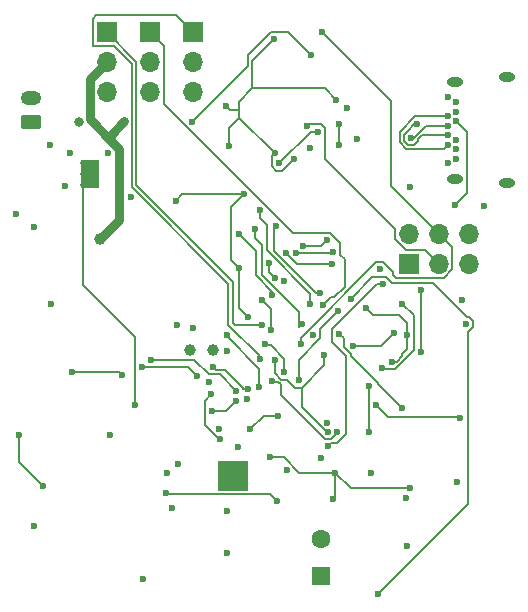
<source format=gbr>
%TF.GenerationSoftware,KiCad,Pcbnew,9.0.0*%
%TF.CreationDate,2025-03-07T10:31:51-08:00*%
%TF.ProjectId,Vanguard_new,56616e67-7561-4726-945f-6e65772e6b69,rev?*%
%TF.SameCoordinates,Original*%
%TF.FileFunction,Copper,L4,Bot*%
%TF.FilePolarity,Positive*%
%FSLAX46Y46*%
G04 Gerber Fmt 4.6, Leading zero omitted, Abs format (unit mm)*
G04 Created by KiCad (PCBNEW 9.0.0) date 2025-03-07 10:31:51*
%MOMM*%
%LPD*%
G01*
G04 APERTURE LIST*
G04 Aperture macros list*
%AMRoundRect*
0 Rectangle with rounded corners*
0 $1 Rounding radius*
0 $2 $3 $4 $5 $6 $7 $8 $9 X,Y pos of 4 corners*
0 Add a 4 corners polygon primitive as box body*
4,1,4,$2,$3,$4,$5,$6,$7,$8,$9,$2,$3,0*
0 Add four circle primitives for the rounded corners*
1,1,$1+$1,$2,$3*
1,1,$1+$1,$4,$5*
1,1,$1+$1,$6,$7*
1,1,$1+$1,$8,$9*
0 Add four rect primitives between the rounded corners*
20,1,$1+$1,$2,$3,$4,$5,0*
20,1,$1+$1,$4,$5,$6,$7,0*
20,1,$1+$1,$6,$7,$8,$9,0*
20,1,$1+$1,$8,$9,$2,$3,0*%
G04 Aperture macros list end*
%TA.AperFunction,ComponentPad*%
%ADD10R,1.700000X1.700000*%
%TD*%
%TA.AperFunction,ComponentPad*%
%ADD11O,1.700000X1.700000*%
%TD*%
%TA.AperFunction,HeatsinkPad*%
%ADD12C,0.500000*%
%TD*%
%TA.AperFunction,HeatsinkPad*%
%ADD13R,1.650000X2.380000*%
%TD*%
%TA.AperFunction,HeatsinkPad*%
%ADD14R,2.500000X2.500000*%
%TD*%
%TA.AperFunction,ComponentPad*%
%ADD15O,1.400000X0.800000*%
%TD*%
%TA.AperFunction,ComponentPad*%
%ADD16C,0.600000*%
%TD*%
%TA.AperFunction,ComponentPad*%
%ADD17C,1.000000*%
%TD*%
%TA.AperFunction,ComponentPad*%
%ADD18R,1.600000X1.600000*%
%TD*%
%TA.AperFunction,ComponentPad*%
%ADD19C,1.600000*%
%TD*%
%TA.AperFunction,ComponentPad*%
%ADD20RoundRect,0.250000X0.625000X-0.350000X0.625000X0.350000X-0.625000X0.350000X-0.625000X-0.350000X0*%
%TD*%
%TA.AperFunction,ComponentPad*%
%ADD21O,1.750000X1.200000*%
%TD*%
%TA.AperFunction,ViaPad*%
%ADD22C,0.600000*%
%TD*%
%TA.AperFunction,ViaPad*%
%ADD23C,0.800000*%
%TD*%
%TA.AperFunction,ViaPad*%
%ADD24C,1.000000*%
%TD*%
%TA.AperFunction,Conductor*%
%ADD25C,0.200000*%
%TD*%
%TA.AperFunction,Conductor*%
%ADD26C,0.800000*%
%TD*%
G04 APERTURE END LIST*
D10*
%TO.P,J5,1,Pin_1*%
%TO.N,PORT_SERVO*%
X105000000Y-86420000D03*
D11*
%TO.P,J5,2,Pin_2*%
%TO.N,+5V*%
X105000000Y-88960000D03*
%TO.P,J5,3,Pin_3*%
%TO.N,GND*%
X105000000Y-91500000D03*
%TD*%
D12*
%TO.P,U8,11,EN*%
%TO.N,BATT_IN*%
X100475000Y-99355000D03*
X100475000Y-97475000D03*
X100474999Y-98415000D03*
D13*
X99900000Y-98415000D03*
D12*
X99325001Y-98415000D03*
X99325000Y-99355000D03*
X99325000Y-97475000D03*
%TD*%
D10*
%TO.P,J4,1,Pin_1*%
%TO.N,STAR_SERVO*%
X101350000Y-86420000D03*
D11*
%TO.P,J4,2,Pin_2*%
%TO.N,+5V*%
X101350000Y-88960000D03*
%TO.P,J4,3,Pin_3*%
%TO.N,GND*%
X101350000Y-91500000D03*
%TD*%
D12*
%TO.P,U9,21*%
%TO.N,N/C*%
X111042500Y-124970000D03*
X113042500Y-124970000D03*
D14*
X112042500Y-123970000D03*
D12*
X111042500Y-122970000D03*
X113042500Y-122970000D03*
%TD*%
D15*
%TO.P,J1,13*%
%TO.N,N/C*%
X130831500Y-90610000D03*
%TO.P,J1,14*%
X130831500Y-98870000D03*
%TO.P,J1,15*%
X135221500Y-99230000D03*
%TO.P,J1,16*%
X135221500Y-90250000D03*
D16*
%TO.P,J1,B1,GND*%
%TO.N,GND*%
X130231500Y-91940000D03*
%TO.P,J1,B2*%
%TO.N,N/C*%
X130931500Y-92340000D03*
%TO.P,J1,B3*%
X130931500Y-93140000D03*
%TO.P,J1,B4,VBUS*%
%TO.N,BATT_IN*%
X130231500Y-93540000D03*
%TO.P,J1,B5,CC2*%
%TO.N,Net-(J1-CC2)*%
X130931500Y-93940000D03*
%TO.P,J1,B6,D+*%
%TO.N,Net-(D1-I{slash}O1)*%
X130231500Y-94340000D03*
%TO.P,J1,B7,D-*%
%TO.N,Net-(D1-I{slash}O2)*%
X130231500Y-95140000D03*
%TO.P,J1,B8,SBU2*%
%TO.N,unconnected-(J1-SBU2-PadB8)*%
X130931500Y-95540000D03*
%TO.P,J1,B9,VBUS*%
%TO.N,BATT_IN*%
X130231500Y-95940000D03*
%TO.P,J1,B10*%
%TO.N,N/C*%
X130931500Y-96340000D03*
%TO.P,J1,B11*%
X130931500Y-97140000D03*
%TO.P,J1,B12,GND*%
%TO.N,GND*%
X130231500Y-97540000D03*
%TD*%
D17*
%TO.P,Y1,1,1*%
%TO.N,Net-(U6-XOUT32{slash}CLKSEL1)*%
X110330000Y-113300000D03*
%TO.P,Y1,2,2*%
%TO.N,Net-(U6-XIN32)*%
X108430000Y-113300000D03*
%TD*%
D18*
%TO.P,BZ1,1,+*%
%TO.N,Net-(BZ1-+)*%
X119500000Y-132500000D03*
D19*
%TO.P,BZ1,2,-*%
%TO.N,GND*%
X119500000Y-129300000D03*
%TD*%
D10*
%TO.P,J7,1,Pin_1*%
%TO.N,EJEC_SERVO*%
X108650000Y-86425000D03*
D11*
%TO.P,J7,2,Pin_2*%
%TO.N,+5V*%
X108650000Y-88965000D03*
%TO.P,J7,3,Pin_3*%
%TO.N,GND*%
X108650000Y-91505000D03*
%TD*%
D20*
%TO.P,J6,1,Pin_1*%
%TO.N,BATT_IN*%
X94950000Y-94000000D03*
D21*
%TO.P,J6,2,Pin_2*%
%TO.N,GND*%
X94950000Y-91999999D03*
%TD*%
D10*
%TO.P,J2,1,Pin_1*%
%TO.N,+3.3V*%
X126920000Y-106040000D03*
D11*
%TO.P,J2,2,Pin_2*%
%TO.N,Net-(J2-Pin_2)*%
X126920000Y-103500000D03*
%TO.P,J2,3,Pin_3*%
%TO.N,Net-(J2-Pin_3)*%
X129460000Y-106040000D03*
%TO.P,J2,4,Pin_4*%
%TO.N,UPDI*%
X129460000Y-103500000D03*
%TO.P,J2,5,Pin_5*%
%TO.N,GND*%
X131999999Y-106040000D03*
%TO.P,J2,6,Pin_6*%
%TO.N,Net-(J2-Pin_6)*%
X132000000Y-103500000D03*
%TD*%
D22*
%TO.N,Net-(ADR1-B)*%
X111490000Y-112090000D03*
X114230000Y-116480000D03*
%TO.N,GND*%
X106880000Y-126680000D03*
X95200000Y-102890000D03*
X121688001Y-92866731D03*
X101630000Y-120490000D03*
X110000000Y-116000000D03*
X108605000Y-111490000D03*
X101490000Y-96665000D03*
X131400000Y-109070000D03*
X95180000Y-128270000D03*
X120000000Y-119500000D03*
X107310000Y-111230000D03*
X111500000Y-127000000D03*
X131790000Y-111130000D03*
X116370000Y-107460000D03*
X122500000Y-95500000D03*
X123700000Y-123737550D03*
X111544975Y-113415025D03*
X96500000Y-96000000D03*
X133260000Y-101140000D03*
X112443578Y-121509968D03*
X103392892Y-100357108D03*
X119500000Y-122500000D03*
X118552785Y-96210551D03*
X131000000Y-124500000D03*
X104450000Y-132690000D03*
X98250000Y-96665000D03*
X118813342Y-112090188D03*
X126760000Y-129960000D03*
X124502415Y-106493668D03*
D23*
X99000000Y-94000000D03*
D22*
X107340001Y-122970834D03*
X127000000Y-99500000D03*
X111500000Y-130500000D03*
X126662239Y-125886924D03*
X93670000Y-101840000D03*
X116600000Y-123500000D03*
X97780000Y-99470000D03*
X110827501Y-120000000D03*
X96600000Y-109470000D03*
X106443943Y-123771834D03*
X113250000Y-117500000D03*
%TO.N,BATT_IN*%
X103760000Y-118010000D03*
X108589265Y-94060735D03*
X118660000Y-88390000D03*
%TO.N,Net-(U6-XIN32)*%
X113325735Y-116674265D03*
X110357930Y-114800000D03*
%TO.N,Net-(D6-K)*%
X115770000Y-126090000D03*
X106347804Y-125449292D03*
%TO.N,+3.3V*%
X117231316Y-97127905D03*
X127000000Y-125000000D03*
X117600868Y-115898172D03*
X110180000Y-117100000D03*
X112557215Y-106362785D03*
X115485208Y-87014625D03*
X110920000Y-120900000D03*
X120490000Y-125910000D03*
X107171766Y-100728235D03*
X120700000Y-123710000D03*
X115150000Y-122390000D03*
X126740000Y-112030000D03*
X120964265Y-110035735D03*
X111410000Y-92670000D03*
X95981765Y-124831765D03*
X112929986Y-100159985D03*
X109000000Y-115500000D03*
X115568241Y-96684748D03*
X125490000Y-114364407D03*
X120740000Y-92130000D03*
X115574265Y-107225735D03*
X123254873Y-109757862D03*
X115070000Y-105981473D03*
X113333949Y-110544627D03*
X93940000Y-120530000D03*
X111689542Y-96045548D03*
X104360000Y-114745597D03*
%TO.N,Net-(U6-CAP)*%
X112325000Y-117624998D03*
X110247500Y-118500000D03*
%TO.N,Net-(D1-I{slash}O1)*%
X127080000Y-95360000D03*
X121000000Y-94204974D03*
X121000000Y-96000000D03*
%TO.N,Net-(D1-I{slash}O2)*%
X127636338Y-94215190D03*
%TO.N,Net-(J2-Pin_3)*%
X118300121Y-94352469D03*
%TO.N,Net-(J2-Pin_2)*%
X115947058Y-97540703D03*
X119207327Y-94858519D03*
%TO.N,UPDI*%
X117770111Y-112829780D03*
X119550000Y-86400000D03*
%TO.N,CD*%
X122000000Y-109000000D03*
X124350785Y-133980000D03*
%TO.N,TX0*%
X118538659Y-109411341D03*
X114290000Y-101458530D03*
%TO.N,RX0*%
X127921415Y-108242831D03*
X127940000Y-113463741D03*
%TO.N,Net-(U6-ENV_SCL)*%
X113500000Y-120000000D03*
X115869783Y-118884646D03*
%TO.N,SDA*%
X119765108Y-113794891D03*
X125700000Y-111900000D03*
X122208881Y-113006135D03*
X120080000Y-120300000D03*
X115610000Y-114200000D03*
%TO.N,SCL*%
X114520000Y-109110000D03*
X115327972Y-115974999D03*
X120879999Y-120298528D03*
X115240000Y-111640000D03*
X114765549Y-112864493D03*
X116376999Y-115236978D03*
%TO.N,Net-(U6-~{BOOT})*%
X112276617Y-116764533D03*
X105060000Y-114145597D03*
%TO.N,EJEC_SERVO*%
X114290000Y-114130000D03*
%TO.N,PA1{slash}MOSI*%
X124108528Y-117950000D03*
X131270000Y-119050000D03*
%TO.N,D5*%
X118000000Y-104500000D03*
X120000000Y-104000000D03*
%TO.N,D6*%
X117371057Y-105128943D03*
X120500000Y-105000000D03*
%TO.N,BUZZER*%
X120080000Y-121500000D03*
X124724296Y-107758655D03*
%TO.N,PA0{slash}MISO*%
X123508528Y-120297000D03*
X123508528Y-116410000D03*
%TO.N,D4*%
X116496793Y-105103207D03*
X102650000Y-115460000D03*
X120438792Y-106061208D03*
X98405030Y-115219331D03*
%TO.N,HOLD*%
X126302891Y-118207105D03*
X121037059Y-111949092D03*
%TO.N,PORT_SERVO*%
X119630000Y-109550000D03*
%TO.N,STAR_BLUE*%
X126367693Y-109398621D03*
X124670000Y-114870000D03*
%TO.N,STAR_SERVO*%
X114500000Y-111213325D03*
%TO.N,PORT_GREEN*%
X117861577Y-111138423D03*
X113863530Y-103100000D03*
%TO.N,PORT_RED*%
X115705735Y-102874265D03*
X119401471Y-108540000D03*
%TO.N,PORT_BLUE*%
X115337633Y-108686163D03*
X112500000Y-103500000D03*
%TO.N,+5V*%
X102823000Y-93980000D03*
D24*
X100800000Y-103900000D03*
D22*
%TO.N,Net-(J1-CC2)*%
X130830000Y-101080000D03*
%TD*%
D25*
%TO.N,Net-(ADR1-B)*%
X111490000Y-112178529D02*
X111490000Y-112090000D01*
X114230000Y-116480000D02*
X114230000Y-114918529D01*
X114230000Y-114918529D02*
X111490000Y-112178529D01*
%TO.N,BATT_IN*%
X116684625Y-86414625D02*
X115236679Y-86414625D01*
X126151000Y-94850585D02*
X127461585Y-93540000D01*
X130231500Y-95940000D02*
X129882500Y-96289000D01*
X126151000Y-95744805D02*
X126151000Y-94850585D01*
X99325000Y-107825000D02*
X99325000Y-99355000D01*
X118660000Y-88390000D02*
X116684625Y-86414625D01*
X127461585Y-93540000D02*
X130231500Y-93540000D01*
X103760000Y-118010000D02*
X103760000Y-112260000D01*
X126695195Y-96289000D02*
X126151000Y-95744805D01*
X103760000Y-112260000D02*
X99325000Y-107825000D01*
X115236679Y-86414625D02*
X113337256Y-88314048D01*
X129882500Y-96289000D02*
X126695195Y-96289000D01*
X113337256Y-88314048D02*
X113337256Y-89312744D01*
X113337256Y-89312744D02*
X108589265Y-94060735D01*
%TO.N,Net-(U6-XIN32)*%
X111360613Y-115000000D02*
X112876617Y-116516004D01*
X110557930Y-115000000D02*
X111360613Y-115000000D01*
X110357930Y-114800000D02*
X110557930Y-115000000D01*
X112876617Y-116516004D02*
X112876617Y-116674265D01*
X112876617Y-116674265D02*
X113325735Y-116674265D01*
%TO.N,Net-(D6-K)*%
X106347804Y-125449292D02*
X106449292Y-125449292D01*
X106520000Y-125520000D02*
X115200000Y-125520000D01*
X115200000Y-125520000D02*
X115770000Y-126090000D01*
X106449292Y-125449292D02*
X106520000Y-125520000D01*
%TO.N,+3.3V*%
X93940000Y-122790000D02*
X93940000Y-120530000D01*
X111689542Y-96045548D02*
X111689542Y-94546965D01*
X126370000Y-113880000D02*
X126370000Y-113642941D01*
X108245597Y-114745597D02*
X109000000Y-115500000D01*
X126740000Y-111080000D02*
X126740000Y-112030000D01*
X104360000Y-114745597D02*
X108245597Y-114745597D01*
X112929986Y-100159985D02*
X112929971Y-100160000D01*
X120490000Y-125910000D02*
X120700000Y-125700000D01*
X116218518Y-98140703D02*
X115698529Y-98140703D01*
X113333949Y-110544627D02*
X112557215Y-109767893D01*
X120964265Y-110035735D02*
X119413342Y-111586658D01*
X119413342Y-111586658D02*
X119413342Y-112338717D01*
X112560000Y-92294808D02*
X112560000Y-93040000D01*
X115070000Y-106721470D02*
X115574265Y-107225735D01*
X112560000Y-93676507D02*
X115568241Y-96684748D01*
X95981765Y-124831765D02*
X93940000Y-122790000D01*
X125885593Y-114364407D02*
X126370000Y-113880000D01*
X107740001Y-100160000D02*
X107171766Y-100728235D01*
X117658529Y-123710000D02*
X116338529Y-122390000D01*
X120740000Y-92130000D02*
X119800552Y-91190552D01*
X120700000Y-123710000D02*
X117658529Y-123710000D01*
X123254873Y-109757862D02*
X123895632Y-110398621D01*
X113664256Y-91190552D02*
X112560000Y-92294808D01*
X112929971Y-100160000D02*
X107740001Y-100160000D01*
X121990000Y-125000000D02*
X120700000Y-123710000D01*
X126740000Y-113272941D02*
X126740000Y-112030000D01*
X116338529Y-122390000D02*
X115150000Y-122390000D01*
X111689542Y-94546965D02*
X112560000Y-93676507D01*
X117600868Y-114151191D02*
X117600868Y-115898172D01*
X126058621Y-110398621D02*
X126740000Y-111080000D01*
X115698529Y-98140703D02*
X115347058Y-97789232D01*
X112557215Y-106362785D02*
X111900000Y-105705570D01*
X115347058Y-97789232D02*
X115347058Y-96905931D01*
X120700000Y-125700000D02*
X120700000Y-123710000D01*
X115347058Y-96905931D02*
X115568241Y-96684748D01*
X127000000Y-125000000D02*
X121990000Y-125000000D01*
X119800552Y-91190552D02*
X113664256Y-91190552D01*
X110878972Y-120900000D02*
X110920000Y-120900000D01*
X110180000Y-117100000D02*
X109647500Y-117632500D01*
X111780000Y-93040000D02*
X111410000Y-92670000D01*
X111900000Y-105705570D02*
X111900000Y-101189971D01*
X113664256Y-91190552D02*
X113664256Y-88835577D01*
X109647500Y-119668528D02*
X110878972Y-120900000D01*
X119413342Y-112338717D02*
X117600868Y-114151191D01*
X115070000Y-105981473D02*
X115070000Y-106721470D01*
X112560000Y-93040000D02*
X111780000Y-93040000D01*
X117231316Y-97127905D02*
X116218518Y-98140703D01*
X113664256Y-88835577D02*
X115485208Y-87014625D01*
X112560000Y-93040000D02*
X112560000Y-93676507D01*
X123895632Y-110398621D02*
X126058621Y-110398621D01*
X112557215Y-109767893D02*
X112557215Y-106362785D01*
X125490000Y-114364407D02*
X125885593Y-114364407D01*
X109647500Y-117632500D02*
X109647500Y-119668528D01*
X111900000Y-101189971D02*
X112929986Y-100159985D01*
X126370000Y-113642941D02*
X126740000Y-113272941D01*
%TO.N,Net-(U6-CAP)*%
X111449998Y-118500000D02*
X110247500Y-118500000D01*
X112325000Y-117624998D02*
X111449998Y-118500000D01*
%TO.N,Net-(D1-I{slash}O1)*%
X128360057Y-94340000D02*
X127340057Y-95360000D01*
X121000000Y-94204974D02*
X121000000Y-96000000D01*
X127340057Y-95360000D02*
X127080000Y-95360000D01*
X130231500Y-94340000D02*
X128360057Y-94340000D01*
%TO.N,Net-(D1-I{slash}O2)*%
X126851000Y-94759000D02*
X127394810Y-94215190D01*
X127328943Y-95961000D02*
X126831057Y-95961000D01*
X128023919Y-95140000D02*
X127681000Y-95482919D01*
X127394810Y-94215190D02*
X127636338Y-94215190D01*
X126479000Y-95131000D02*
X126479000Y-95111057D01*
X126479000Y-95608943D02*
X126479000Y-95131000D01*
X127681000Y-95482919D02*
X127681000Y-95608943D01*
X130231500Y-95140000D02*
X128023919Y-95140000D01*
X126831057Y-94759000D02*
X126851000Y-94759000D01*
X126831057Y-95961000D02*
X126479000Y-95608943D01*
X126479000Y-95111057D02*
X126831057Y-94759000D01*
X127681000Y-95608943D02*
X127328943Y-95961000D01*
%TO.N,Net-(J2-Pin_3)*%
X126683654Y-104890000D02*
X125770000Y-103976346D01*
X128310000Y-104890000D02*
X126683654Y-104890000D01*
X119807327Y-94537878D02*
X119807327Y-97157327D01*
X118472039Y-94180551D02*
X118300121Y-94352469D01*
X125770000Y-103976346D02*
X125770000Y-103120000D01*
X125770000Y-103120000D02*
X119807327Y-97157327D01*
X129460000Y-106040000D02*
X128310000Y-104890000D01*
X119450000Y-94180551D02*
X118472039Y-94180551D01*
X119807327Y-94537878D02*
X119450000Y-94180551D01*
%TO.N,Net-(J2-Pin_2)*%
X119207327Y-94858519D02*
X118629242Y-94858519D01*
X118629242Y-94858519D02*
X115947058Y-97540703D01*
%TO.N,UPDI*%
X130610000Y-104650000D02*
X130610000Y-106516346D01*
X117770111Y-112284890D02*
X117770111Y-112829780D01*
X129460000Y-103500000D02*
X130610000Y-104650000D01*
X125409785Y-92259785D02*
X125409785Y-99449785D01*
X129883515Y-107242831D02*
X125822831Y-107242831D01*
X130610000Y-106516346D02*
X129883515Y-107242831D01*
X125590000Y-106732724D02*
X124750944Y-105893668D01*
X124750944Y-105893668D02*
X124161333Y-105893668D01*
X125409785Y-99449785D02*
X129460000Y-103500000D01*
X125590000Y-107010000D02*
X125590000Y-106732724D01*
X124161333Y-105893668D02*
X117770111Y-112284890D01*
X119550000Y-86400000D02*
X125409785Y-92259785D01*
X125822831Y-107242831D02*
X125590000Y-107010000D01*
%TO.N,CD*%
X124972825Y-107158655D02*
X123841345Y-107158655D01*
X128997324Y-107642831D02*
X125457001Y-107642831D01*
X131940000Y-111828529D02*
X132390000Y-111378529D01*
X132390000Y-111378529D02*
X132390000Y-110881471D01*
X125457001Y-107642831D02*
X124972825Y-107158655D01*
X131884493Y-110530000D02*
X128997324Y-107642831D01*
X132390000Y-110881471D02*
X132038529Y-110530000D01*
X132038529Y-110530000D02*
X131884493Y-110530000D01*
X124350785Y-133980000D02*
X131940000Y-126390785D01*
X123841345Y-107158655D02*
X122000000Y-109000000D01*
X131940000Y-126390785D02*
X131940000Y-111828529D01*
%TO.N,TX0*%
X114870000Y-102760000D02*
X114870000Y-104900000D01*
X114290000Y-102180000D02*
X114870000Y-102760000D01*
X114870000Y-104900000D02*
X118538659Y-108568659D01*
X118538659Y-108568659D02*
X118538659Y-109411341D01*
X114290000Y-101458530D02*
X114290000Y-102180000D01*
%TO.N,RX0*%
X127930000Y-108251416D02*
X127930000Y-113453741D01*
X127921415Y-108242831D02*
X127930000Y-108251416D01*
X127930000Y-113453741D02*
X127940000Y-113463741D01*
%TO.N,Net-(U6-ENV_SCL)*%
X115869783Y-118884646D02*
X114615354Y-118884646D01*
X114615354Y-118884646D02*
X113500000Y-120000000D01*
%TO.N,SDA*%
X119951471Y-120300000D02*
X117837569Y-118186098D01*
X124593865Y-113006135D02*
X122208881Y-113006135D01*
X119765108Y-114582461D02*
X117837569Y-116510000D01*
X125700000Y-111900000D02*
X124593865Y-113006135D01*
X119765108Y-113794891D02*
X119765108Y-114582461D01*
X117837569Y-118186098D02*
X117837569Y-116510000D01*
X120080000Y-120300000D02*
X119951471Y-120300000D01*
X117837569Y-116510000D02*
X117320000Y-116510000D01*
X115610000Y-115318508D02*
X115610000Y-114200000D01*
X117320000Y-116510000D02*
X116646978Y-115836978D01*
X116646978Y-115836978D02*
X116128470Y-115836978D01*
X116128470Y-115836978D02*
X115610000Y-115318508D01*
%TO.N,SCL*%
X114520000Y-109110000D02*
X115240000Y-109830000D01*
X116070000Y-117138529D02*
X116070000Y-116243970D01*
X115408708Y-116055735D02*
X115327972Y-115974999D01*
X120879999Y-120348530D02*
X120328529Y-120900000D01*
X116376999Y-115236978D02*
X116376999Y-114076999D01*
X120328529Y-120900000D02*
X119831471Y-120900000D01*
X116070000Y-116243970D02*
X115881765Y-116055735D01*
X115881765Y-116055735D02*
X115408708Y-116055735D01*
X116376999Y-114076999D02*
X115250415Y-112950415D01*
X114851471Y-112950415D02*
X114765549Y-112864493D01*
X115240000Y-109830000D02*
X115240000Y-111640000D01*
X115250415Y-112950415D02*
X114851471Y-112950415D01*
X119831471Y-120900000D02*
X116070000Y-117138529D01*
X120879999Y-120298528D02*
X120879999Y-120348530D01*
%TO.N,Net-(U6-~{BOOT})*%
X105060000Y-114145597D02*
X108755597Y-114145597D01*
X110912084Y-115400000D02*
X112276617Y-116764533D01*
X110010000Y-115400000D02*
X110912084Y-115400000D01*
X108755597Y-114145597D02*
X110010000Y-115400000D01*
%TO.N,EJEC_SERVO*%
X114290000Y-113854052D02*
X111630000Y-111194052D01*
X100470000Y-85000000D02*
X107225000Y-85000000D01*
X107225000Y-85000000D02*
X108650000Y-86425000D01*
X114290000Y-114130000D02*
X114290000Y-113854052D01*
X111630000Y-107745686D02*
X103450000Y-99565686D01*
X100200000Y-87570000D02*
X100200000Y-85270000D01*
X103450000Y-89085686D02*
X101934314Y-87570000D01*
X101934314Y-87570000D02*
X100200000Y-87570000D01*
X111630000Y-111194052D02*
X111630000Y-107745686D01*
X100200000Y-85270000D02*
X100470000Y-85000000D01*
X103450000Y-99565686D02*
X103450000Y-89085686D01*
%TO.N,PA1{slash}MOSI*%
X125168528Y-119010000D02*
X131230000Y-119010000D01*
X124108528Y-117950000D02*
X125168528Y-119010000D01*
X131230000Y-119010000D02*
X131270000Y-119050000D01*
%TO.N,D5*%
X118000000Y-104500000D02*
X119500000Y-104500000D01*
X119500000Y-104500000D02*
X120000000Y-104000000D01*
%TO.N,D6*%
X120371057Y-105128943D02*
X120500000Y-105000000D01*
X117371057Y-105128943D02*
X120371057Y-105128943D01*
%TO.N,BUZZER*%
X120437059Y-111548726D02*
X124227130Y-107758655D01*
X121620000Y-120407056D02*
X121620000Y-113831470D01*
X121620000Y-113831470D02*
X120437059Y-112648529D01*
X120353000Y-121227000D02*
X120800056Y-121227000D01*
X120800056Y-121227000D02*
X121620000Y-120407056D01*
X120080000Y-121500000D02*
X120353000Y-121227000D01*
X124227130Y-107758655D02*
X124724296Y-107758655D01*
X120437059Y-112648529D02*
X120437059Y-111548726D01*
%TO.N,PA0{slash}MISO*%
X123508528Y-116410000D02*
X123508528Y-120297000D01*
%TO.N,D4*%
X120438792Y-106061208D02*
X117454794Y-106061208D01*
X117454794Y-106061208D02*
X116496793Y-105103207D01*
X102650000Y-115460000D02*
X102409331Y-115219331D01*
X102409331Y-115219331D02*
X98405030Y-115219331D01*
%TO.N,HOLD*%
X124281471Y-116130000D02*
X122020000Y-113868528D01*
X122020000Y-113665785D02*
X121430000Y-113075784D01*
X122020000Y-113868528D02*
X122020000Y-113665785D01*
X124281471Y-116185685D02*
X124281471Y-116130000D01*
X121430000Y-113075784D02*
X121430000Y-112342033D01*
X126302891Y-118207105D02*
X124281471Y-116185685D01*
X121430000Y-112342033D02*
X121037059Y-111949092D01*
%TO.N,PORT_SERVO*%
X117080000Y-103400000D02*
X106150000Y-92470000D01*
X121100000Y-105248529D02*
X121100000Y-104251471D01*
X120609314Y-108880000D02*
X121500000Y-107989314D01*
X121100000Y-104251471D02*
X120248529Y-103400000D01*
X120300000Y-108880000D02*
X120609314Y-108880000D01*
X106150000Y-87570000D02*
X105000000Y-86420000D01*
X121500000Y-105648529D02*
X121100000Y-105248529D01*
X106150000Y-92470000D02*
X106150000Y-87570000D01*
X119630000Y-109550000D02*
X120300000Y-108880000D01*
X120248529Y-103400000D02*
X117080000Y-103400000D01*
X121500000Y-107989314D02*
X121500000Y-105648529D01*
%TO.N,STAR_BLUE*%
X125748041Y-114964407D02*
X127340000Y-113372448D01*
X127340000Y-113372448D02*
X127340000Y-110370928D01*
X127340000Y-110370928D02*
X126367693Y-109398621D01*
X124764407Y-114964407D02*
X125748041Y-114964407D01*
X124670000Y-114870000D02*
X124764407Y-114964407D01*
%TO.N,STAR_SERVO*%
X112030000Y-111028366D02*
X112030000Y-107580000D01*
X114500000Y-111213325D02*
X112214959Y-111213325D01*
X112030000Y-107580000D02*
X103850000Y-99400000D01*
X112214959Y-111213325D02*
X112030000Y-111028366D01*
X103850000Y-99400000D02*
X103850000Y-88920000D01*
X103850000Y-88920000D02*
X101350000Y-86420000D01*
%TO.N,PORT_GREEN*%
X114470000Y-104470000D02*
X114470000Y-106970000D01*
X117600000Y-111400000D02*
X117861577Y-111138423D01*
X114470000Y-106970000D02*
X117600000Y-110100000D01*
X113863530Y-103100000D02*
X113863530Y-103863530D01*
X113863530Y-103863530D02*
X114470000Y-104470000D01*
X117600000Y-110100000D02*
X117600000Y-111400000D01*
%TO.N,PORT_RED*%
X119075686Y-108540000D02*
X119401471Y-108540000D01*
X115500000Y-104958529D02*
X116500000Y-105958529D01*
X116500000Y-105958529D02*
X116500000Y-105964314D01*
X116500000Y-105964314D02*
X119075686Y-108540000D01*
X115500000Y-103080000D02*
X115500000Y-104958529D01*
X115705735Y-102874265D02*
X115500000Y-103080000D01*
%TO.N,PORT_BLUE*%
X115337633Y-108686163D02*
X115337633Y-108403319D01*
X115337633Y-108403319D02*
X113940000Y-107005686D01*
X113940000Y-104940000D02*
X112500000Y-103500000D01*
X113940000Y-107005686D02*
X113940000Y-104940000D01*
D26*
%TO.N,+5V*%
X101693896Y-95596104D02*
X101693896Y-95109104D01*
X99900000Y-90410000D02*
X99900000Y-93802207D01*
X102390000Y-96292207D02*
X102390000Y-102310000D01*
X102390000Y-102310000D02*
X100800000Y-103900000D01*
X101350000Y-88960000D02*
X99900000Y-90410000D01*
X99900000Y-93802207D02*
X101693896Y-95596104D01*
X101693896Y-95109104D02*
X102823000Y-93980000D01*
X101693896Y-95596104D02*
X102390000Y-96292207D01*
D25*
%TO.N,Net-(J1-CC2)*%
X131831500Y-100078500D02*
X131831500Y-94840000D01*
X130830000Y-101080000D02*
X131831500Y-100078500D01*
X131831500Y-94840000D02*
X130931500Y-93940000D01*
%TD*%
M02*

</source>
